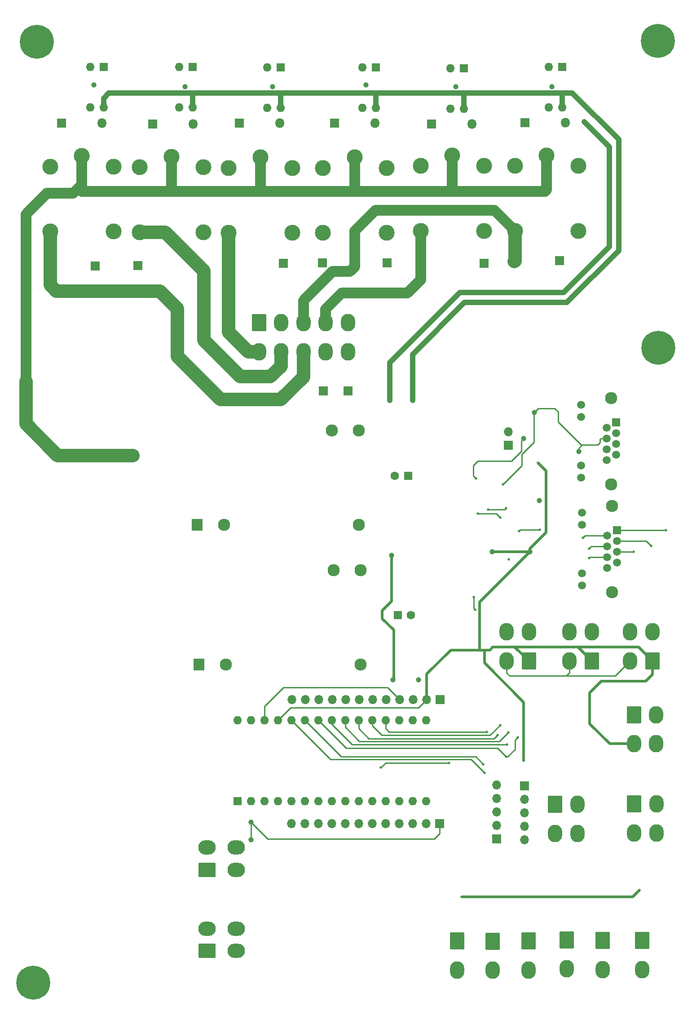
<source format=gbl>
%TF.GenerationSoftware,KiCad,Pcbnew,6.0.6-3a73a75311~116~ubuntu20.04.1*%
%TF.CreationDate,2022-07-08T20:35:28+03:00*%
%TF.ProjectId,kolos_system_2022,6b6f6c6f-735f-4737-9973-74656d5f3230,rev?*%
%TF.SameCoordinates,Original*%
%TF.FileFunction,Copper,L4,Bot*%
%TF.FilePolarity,Positive*%
%FSLAX46Y46*%
G04 Gerber Fmt 4.6, Leading zero omitted, Abs format (unit mm)*
G04 Created by KiCad (PCBNEW 6.0.6-3a73a75311~116~ubuntu20.04.1) date 2022-07-08 20:35:28*
%MOMM*%
%LPD*%
G01*
G04 APERTURE LIST*
G04 Aperture macros list*
%AMRoundRect*
0 Rectangle with rounded corners*
0 $1 Rounding radius*
0 $2 $3 $4 $5 $6 $7 $8 $9 X,Y pos of 4 corners*
0 Add a 4 corners polygon primitive as box body*
4,1,4,$2,$3,$4,$5,$6,$7,$8,$9,$2,$3,0*
0 Add four circle primitives for the rounded corners*
1,1,$1+$1,$2,$3*
1,1,$1+$1,$4,$5*
1,1,$1+$1,$6,$7*
1,1,$1+$1,$8,$9*
0 Add four rect primitives between the rounded corners*
20,1,$1+$1,$2,$3,$4,$5,0*
20,1,$1+$1,$4,$5,$6,$7,0*
20,1,$1+$1,$6,$7,$8,$9,0*
20,1,$1+$1,$8,$9,$2,$3,0*%
G04 Aperture macros list end*
%TA.AperFunction,ComponentPad*%
%ADD10R,1.700000X1.700000*%
%TD*%
%TA.AperFunction,ComponentPad*%
%ADD11RoundRect,0.250001X-1.099999X-1.399999X1.099999X-1.399999X1.099999X1.399999X-1.099999X1.399999X0*%
%TD*%
%TA.AperFunction,ComponentPad*%
%ADD12O,2.700000X3.300000*%
%TD*%
%TA.AperFunction,ComponentPad*%
%ADD13O,1.700000X1.700000*%
%TD*%
%TA.AperFunction,ComponentPad*%
%ADD14R,1.500000X1.500000*%
%TD*%
%TA.AperFunction,ComponentPad*%
%ADD15C,1.500000*%
%TD*%
%TA.AperFunction,ComponentPad*%
%ADD16C,2.300000*%
%TD*%
%TA.AperFunction,ComponentPad*%
%ADD17R,2.000000X2.300000*%
%TD*%
%TA.AperFunction,ComponentPad*%
%ADD18R,1.600000X1.600000*%
%TD*%
%TA.AperFunction,ComponentPad*%
%ADD19O,1.600000X1.600000*%
%TD*%
%TA.AperFunction,ComponentPad*%
%ADD20RoundRect,0.250001X1.099999X1.399999X-1.099999X1.399999X-1.099999X-1.399999X1.099999X-1.399999X0*%
%TD*%
%TA.AperFunction,ComponentPad*%
%ADD21C,6.400000*%
%TD*%
%TA.AperFunction,ComponentPad*%
%ADD22RoundRect,0.250001X1.399999X-1.099999X1.399999X1.099999X-1.399999X1.099999X-1.399999X-1.099999X0*%
%TD*%
%TA.AperFunction,ComponentPad*%
%ADD23O,3.300000X2.700000*%
%TD*%
%TA.AperFunction,ComponentPad*%
%ADD24R,1.800000X1.800000*%
%TD*%
%TA.AperFunction,ComponentPad*%
%ADD25O,1.800000X1.800000*%
%TD*%
%TA.AperFunction,ComponentPad*%
%ADD26C,3.000000*%
%TD*%
%TA.AperFunction,ComponentPad*%
%ADD27C,1.600000*%
%TD*%
%TA.AperFunction,ViaPad*%
%ADD28C,1.000000*%
%TD*%
%TA.AperFunction,ViaPad*%
%ADD29C,0.504000*%
%TD*%
%TA.AperFunction,ViaPad*%
%ADD30C,2.540000*%
%TD*%
%TA.AperFunction,Conductor*%
%ADD31C,0.254000*%
%TD*%
%TA.AperFunction,Conductor*%
%ADD32C,0.508000*%
%TD*%
%TA.AperFunction,Conductor*%
%ADD33C,0.250000*%
%TD*%
%TA.AperFunction,Conductor*%
%ADD34C,1.000000*%
%TD*%
%TA.AperFunction,Conductor*%
%ADD35C,2.000000*%
%TD*%
%TA.AperFunction,Conductor*%
%ADD36C,2.540000*%
%TD*%
G04 APERTURE END LIST*
D10*
%TO.P,J2,1,Pin_1*%
%TO.N,Led1_in*%
X95807000Y-107061000D03*
%TD*%
%TO.P,J1,1,Pin_1*%
%TO.N,Reset_in*%
X100457000Y-107061000D03*
%TD*%
D11*
%TO.P,I2C-3,1,Pin_1*%
%TO.N,SCL*%
X154364000Y-168073000D03*
D12*
%TO.P,I2C-3,2,Pin_2*%
%TO.N,SDA*%
X158564000Y-168073000D03*
%TO.P,I2C-3,3,Pin_3*%
%TO.N,5VA*%
X154364000Y-173573000D03*
%TO.P,I2C-3,4,Pin_4*%
%TO.N,GND2*%
X158564000Y-173573000D03*
%TD*%
D10*
%TO.P,SW1,1*%
%TO.N,RS485B*%
X130683000Y-117348000D03*
D13*
%TO.P,SW1,2*%
%TO.N,Net-(R17-Pad1)*%
X130683000Y-114808000D03*
%TD*%
D10*
%TO.P,rel2-NC1,1,Pin_1*%
%TO.N,Net-(K2-Pad4)*%
X126111000Y-83058000D03*
%TD*%
%TO.P,rel3-NC1,1,Pin_1*%
%TO.N,Net-(K3-Pad4)*%
X107823000Y-82931000D03*
%TD*%
D14*
%TO.P,J19,1*%
%TO.N,RS485A*%
X151132000Y-133346000D03*
D15*
%TO.P,J19,2*%
%TO.N,RS485B*%
X149352000Y-134362000D03*
%TO.P,J19,3*%
%TO.N,/L3*%
X151132000Y-135378000D03*
%TO.P,J19,4*%
%TO.N,RS485A*%
X149352000Y-136394000D03*
%TO.P,J19,5*%
%TO.N,RS485B*%
X151132000Y-137410000D03*
%TO.P,J19,6*%
%TO.N,/L6*%
X149352000Y-138426000D03*
%TO.P,J19,7*%
%TO.N,/L7*%
X151132000Y-139442000D03*
%TO.P,J19,8*%
%TO.N,/L8*%
X149352000Y-140458000D03*
%TO.P,J19,9*%
%TO.N,GND2*%
X144532000Y-130046000D03*
%TO.P,J19,10*%
%TO.N,Net-(J19-Pad10)*%
X144532000Y-132336000D03*
%TO.P,J19,11*%
%TO.N,GND2*%
X144532000Y-141476000D03*
%TO.P,J19,12*%
%TO.N,Net-(J19-Pad12)*%
X144532000Y-143766000D03*
D16*
%TO.P,J19,SH*%
%TO.N,N/C*%
X150242000Y-145036000D03*
X150242000Y-128776000D03*
%TD*%
D17*
%TO.P,PS2,1,L*%
%TO.N,Net-(FL1-Pad3)*%
X72390000Y-158607500D03*
D16*
%TO.P,PS2,2,N*%
%TO.N,Net-(FL1-Pad1)*%
X77470000Y-158607500D03*
%TO.P,PS2,3,DC+*%
%TO.N,+12VA*%
X97790000Y-140827500D03*
%TO.P,PS2,4,DC-*%
%TO.N,GND2*%
X102870000Y-140827500D03*
%TO.P,PS2,5*%
%TO.N,N/C*%
X102870000Y-158607500D03*
%TD*%
D10*
%TO.P,Ja2,1,Pin_1*%
%TO.N,3V3*%
X117856000Y-165227000D03*
D13*
%TO.P,Ja2,2,Pin_2*%
%TO.N,5VA*%
X115316000Y-165227000D03*
%TO.P,Ja2,3,Pin_3*%
%TO.N,AREF*%
X112776000Y-165227000D03*
%TO.P,Ja2,4,Pin_4*%
%TO.N,RESET*%
X110236000Y-165227000D03*
%TO.P,Ja2,5,Pin_5*%
%TO.N,AIN1*%
X107696000Y-165227000D03*
%TO.P,Ja2,6,Pin_6*%
%TO.N,AIN2*%
X105156000Y-165227000D03*
%TO.P,Ja2,7,Pin_7*%
%TO.N,AIN3*%
X102616000Y-165227000D03*
%TO.P,Ja2,8,Pin_8*%
%TO.N,AIN4*%
X100076000Y-165227000D03*
%TO.P,Ja2,9,Pin_9*%
%TO.N,SDA*%
X97536000Y-165227000D03*
%TO.P,Ja2,10,Pin_10*%
%TO.N,SCL*%
X94996000Y-165227000D03*
%TO.P,Ja2,11,Pin_11*%
%TO.N,AIN5*%
X92456000Y-165227000D03*
%TO.P,Ja2,12,Pin_12*%
%TO.N,AIN6*%
X89916000Y-165227000D03*
%TD*%
D18*
%TO.P,U1,1*%
%TO.N,Net-(RR1-Pad2)*%
X140848000Y-45984000D03*
D19*
%TO.P,U1,2*%
%TO.N,Net-(DRR1-Pad2)*%
X138308000Y-45984000D03*
%TO.P,U1,3*%
%TO.N,Net-(RRR1-Pad1)*%
X138308000Y-53604000D03*
%TO.P,U1,4*%
%TO.N,+12V*%
X140848000Y-53604000D03*
%TD*%
D11*
%TO.P,AIN_6,1,Pin_1*%
%TO.N,AIN6*%
X155913000Y-210582000D03*
D12*
%TO.P,AIN_6,2,Pin_2*%
%TO.N,GND2*%
X155913000Y-216082000D03*
%TD*%
D20*
%TO.P,1WIRE2,1,Pin_1*%
%TO.N,5VA*%
X146440000Y-157988000D03*
D12*
%TO.P,1WIRE2,2,Pin_2*%
%TO.N,1WIRE_DATA*%
X142240000Y-157988000D03*
%TO.P,1WIRE2,3,Pin_3*%
%TO.N,GND2*%
X146440000Y-152488000D03*
%TO.P,1WIRE2,4*%
%TO.N,N/C*%
X142240000Y-152488000D03*
%TD*%
D21*
%TO.P,H4,1*%
%TO.N,N/C*%
X158877000Y-41148000D03*
%TD*%
D11*
%TO.P,AIN_3,1,Pin_1*%
%TO.N,AIN3*%
X134493000Y-210709000D03*
D12*
%TO.P,AIN_3,2,Pin_2*%
%TO.N,GND2*%
X134493000Y-216209000D03*
%TD*%
D10*
%TO.P,rel1-NC1,1,Pin_1*%
%TO.N,Net-(K1-Pad4)*%
X140335000Y-82550000D03*
%TD*%
%TO.P,rel6-NC1,1,Pin_1*%
%TO.N,Net-(K6-Pad4)*%
X52832000Y-83566000D03*
%TD*%
D18*
%TO.P,A1,1,D1/TX*%
%TO.N,unconnected-(A1-Pad1)*%
X79629000Y-184394000D03*
D19*
%TO.P,A1,2,D0/RX*%
%TO.N,unconnected-(A1-Pad2)*%
X82169000Y-184394000D03*
%TO.P,A1,3,~{RESET}*%
%TO.N,unconnected-(A1-Pad3)*%
X84709000Y-184394000D03*
%TO.P,A1,4,GND*%
%TO.N,GND2*%
X87249000Y-184394000D03*
%TO.P,A1,5,D2*%
%TO.N,IN1*%
X89789000Y-184394000D03*
%TO.P,A1,6,D3*%
%TO.N,IN2*%
X92329000Y-184394000D03*
%TO.P,A1,7,D4*%
%TO.N,IN3*%
X94869000Y-184394000D03*
%TO.P,A1,8,D5*%
%TO.N,IN4*%
X97409000Y-184394000D03*
%TO.P,A1,9,D6*%
%TO.N,IN5*%
X99949000Y-184394000D03*
%TO.P,A1,10,D7*%
%TO.N,IN6*%
X102489000Y-184394000D03*
%TO.P,A1,11,D8*%
%TO.N,1WIRE_DATA*%
X105029000Y-184394000D03*
%TO.P,A1,12,D9*%
%TO.N,RX*%
X107569000Y-184394000D03*
%TO.P,A1,13,D10*%
%TO.N,TX*%
X110109000Y-184394000D03*
%TO.P,A1,14,D11*%
%TO.N,T{slash}R*%
X112649000Y-184394000D03*
%TO.P,A1,15,D12*%
%TO.N,DHT1*%
X115189000Y-184394000D03*
%TO.P,A1,16,D13*%
%TO.N,DHT2*%
X115189000Y-169154000D03*
%TO.P,A1,17,3V3*%
%TO.N,3V3*%
X112649000Y-169154000D03*
%TO.P,A1,18,AREF*%
%TO.N,AREF*%
X110109000Y-169154000D03*
%TO.P,A1,19,A0*%
%TO.N,AIN1*%
X107569000Y-169154000D03*
%TO.P,A1,20,A1*%
%TO.N,AIN2*%
X105029000Y-169154000D03*
%TO.P,A1,21,A2*%
%TO.N,AIN3*%
X102489000Y-169154000D03*
%TO.P,A1,22,A3*%
%TO.N,AIN4*%
X99949000Y-169154000D03*
%TO.P,A1,23,A4*%
%TO.N,SDA*%
X97409000Y-169154000D03*
%TO.P,A1,24,A5*%
%TO.N,SCL*%
X94869000Y-169154000D03*
%TO.P,A1,25,A6*%
%TO.N,AIN5*%
X92329000Y-169154000D03*
%TO.P,A1,26,A7*%
%TO.N,AIN6*%
X89789000Y-169154000D03*
%TO.P,A1,27,+5V*%
%TO.N,5VA*%
X87249000Y-169154000D03*
%TO.P,A1,28,~{RESET}*%
%TO.N,RESET*%
X84709000Y-169154000D03*
%TO.P,A1,29,GND*%
%TO.N,GND2*%
X82169000Y-169154000D03*
%TO.P,A1,30,VIN*%
%TO.N,+12VA*%
X79629000Y-169154000D03*
%TD*%
D11*
%TO.P,AIN_1,1,Pin_1*%
%TO.N,AIN1*%
X121031000Y-210709000D03*
D12*
%TO.P,AIN_1,2,Pin_2*%
%TO.N,GND2*%
X121031000Y-216209000D03*
%TD*%
D22*
%TO.P,DHT_2,1,Pin_1*%
%TO.N,5VA*%
X73914000Y-212598000D03*
D23*
%TO.P,DHT_2,2,Pin_2*%
%TO.N,DHT2*%
X73914000Y-208398000D03*
%TO.P,DHT_2,3,Pin_3*%
%TO.N,GND2*%
X79414000Y-212598000D03*
%TO.P,DHT_2,4*%
%TO.N,N/C*%
X79414000Y-208398000D03*
%TD*%
D18*
%TO.P,U6,1*%
%TO.N,Net-(RR6-Pad2)*%
X54361000Y-45984000D03*
D19*
%TO.P,U6,2*%
%TO.N,Net-(DRR6-Pad2)*%
X51821000Y-45984000D03*
%TO.P,U6,3*%
%TO.N,Net-(RRR6-Pad1)*%
X51821000Y-53604000D03*
%TO.P,U6,4*%
%TO.N,+12V*%
X54361000Y-53604000D03*
%TD*%
D20*
%TO.P,1WIRE1,1,Pin_1*%
%TO.N,5VA*%
X134570000Y-157988000D03*
D12*
%TO.P,1WIRE1,2,Pin_2*%
%TO.N,1WIRE_DATA*%
X130370000Y-157988000D03*
%TO.P,1WIRE1,3,Pin_3*%
%TO.N,GND2*%
X134570000Y-152488000D03*
%TO.P,1WIRE1,4*%
%TO.N,N/C*%
X130370000Y-152488000D03*
%TD*%
D10*
%TO.P,rel4-NC1,1,Pin_1*%
%TO.N,Net-(K4-Pad4)*%
X88265000Y-83058000D03*
%TD*%
%TO.P,rel2-NO1,1,Pin_1*%
%TO.N, Ch2_Output*%
X114173000Y-82931000D03*
%TD*%
D11*
%TO.P,J29,1,Pin_1*%
%TO.N,LINE*%
X83666000Y-94195000D03*
D12*
%TO.P,J29,2,Pin_2*%
%TO.N,NEUT*%
X87866000Y-94195000D03*
%TO.P,J29,3,Pin_3*%
%TO.N, Ch1_Output*%
X92066000Y-94195000D03*
%TO.P,J29,4,Pin_4*%
%TO.N, Ch2_Output*%
X96266000Y-94195000D03*
%TO.P,J29,5,Pin_5*%
%TO.N, Ch3_Output*%
X100466000Y-94195000D03*
%TO.P,J29,6,Pin_6*%
%TO.N, Ch4_Output*%
X83666000Y-99695000D03*
%TO.P,J29,7,Pin_7*%
%TO.N, Ch5_Output*%
X87866000Y-99695000D03*
%TO.P,J29,8,Pin_8*%
%TO.N, Ch6_Output*%
X92066000Y-99695000D03*
%TO.P,J29,9,Pin_9*%
%TO.N,Led1_in*%
X96266000Y-99695000D03*
%TO.P,J29,10,Pin_10*%
%TO.N,Reset_in*%
X100466000Y-99695000D03*
%TD*%
D11*
%TO.P,AIN_5,1,Pin_1*%
%TO.N,AIN5*%
X148463000Y-210582000D03*
D12*
%TO.P,AIN_5,2,Pin_2*%
%TO.N,GND2*%
X148463000Y-216082000D03*
%TD*%
D24*
%TO.P,DR1,1,K*%
%TO.N,Net-(DR1-Pad1)*%
X133858000Y-56515000D03*
D25*
%TO.P,DR1,2,A*%
%TO.N,+12V*%
X141478000Y-56515000D03*
%TD*%
D10*
%TO.P,rel5-NC1,1,Pin_1*%
%TO.N,Net-(K5-Pad4)*%
X60833000Y-83439000D03*
%TD*%
D14*
%TO.P,J18,1*%
%TO.N,RS485A*%
X151003000Y-113030000D03*
D15*
%TO.P,J18,2*%
%TO.N,RS485B*%
X149223000Y-114046000D03*
%TO.P,J18,3*%
%TO.N,/L3*%
X151003000Y-115062000D03*
%TO.P,J18,4*%
%TO.N,RS485A*%
X149223000Y-116078000D03*
%TO.P,J18,5*%
%TO.N,RS485B*%
X151003000Y-117094000D03*
%TO.P,J18,6*%
%TO.N,/L6*%
X149223000Y-118110000D03*
%TO.P,J18,7*%
%TO.N,/L7*%
X151003000Y-119126000D03*
%TO.P,J18,8*%
%TO.N,/L8*%
X149223000Y-120142000D03*
%TO.P,J18,9*%
%TO.N,GND2*%
X144403000Y-109730000D03*
%TO.P,J18,10*%
%TO.N,Net-(J18-Pad10)*%
X144403000Y-112020000D03*
%TO.P,J18,11*%
%TO.N,GND2*%
X144403000Y-121160000D03*
%TO.P,J18,12*%
%TO.N,Net-(J18-Pad12)*%
X144403000Y-123450000D03*
D16*
%TO.P,J18,SH*%
%TO.N,N/C*%
X150113000Y-108460000D03*
X150113000Y-124720000D03*
%TD*%
D21*
%TO.P,H1,1*%
%TO.N,N/C*%
X159004000Y-98933000D03*
%TD*%
D26*
%TO.P,K2,1*%
%TO.N,Net-(DR2-Pad1)*%
X114142000Y-64689000D03*
%TO.P,K2,2*%
%TO.N,LINE*%
X120142000Y-62689000D03*
%TO.P,K2,3*%
%TO.N, Ch2_Output*%
X114142000Y-76889000D03*
%TO.P,K2,4*%
%TO.N,Net-(K2-Pad4)*%
X126142000Y-76889000D03*
%TO.P,K2,5*%
%TO.N,+12V*%
X126142000Y-64689000D03*
%TD*%
D24*
%TO.P,DR6,1,K*%
%TO.N,Net-(DR6-Pad1)*%
X46482000Y-56642000D03*
D25*
%TO.P,DR6,2,A*%
%TO.N,+12V*%
X54102000Y-56642000D03*
%TD*%
D18*
%TO.P,U5,1*%
%TO.N,Net-(RR5-Pad2)*%
X71125000Y-45984000D03*
D19*
%TO.P,U5,2*%
%TO.N,Net-(DRR5-Pad2)*%
X68585000Y-45984000D03*
%TO.P,U5,3*%
%TO.N,Net-(RRR5-Pad1)*%
X68585000Y-53604000D03*
%TO.P,U5,4*%
%TO.N,+12V*%
X71125000Y-53604000D03*
%TD*%
D17*
%TO.P,PS1,1,L*%
%TO.N,Net-(FL1-Pad3)*%
X72009000Y-132318500D03*
D16*
%TO.P,PS1,2,N*%
%TO.N,Net-(FL1-Pad1)*%
X77089000Y-132318500D03*
%TO.P,PS1,3,DC+*%
%TO.N,+12V*%
X97409000Y-114538500D03*
%TO.P,PS1,4,DC-*%
%TO.N,GND1*%
X102489000Y-114538500D03*
%TO.P,PS1,5*%
%TO.N,N/C*%
X102489000Y-132318500D03*
%TD*%
D20*
%TO.P,1WIRE3,1,Pin_1*%
%TO.N,5VA*%
X157870000Y-157988000D03*
D12*
%TO.P,1WIRE3,2,Pin_2*%
%TO.N,1WIRE_DATA*%
X153670000Y-157988000D03*
%TO.P,1WIRE3,3,Pin_3*%
%TO.N,GND2*%
X157870000Y-152488000D03*
%TO.P,1WIRE3,4*%
%TO.N,N/C*%
X153670000Y-152488000D03*
%TD*%
D26*
%TO.P,K4,1*%
%TO.N,Net-(DR4-Pad1)*%
X77947000Y-65070000D03*
%TO.P,K4,2*%
%TO.N,LINE*%
X83947000Y-63070000D03*
%TO.P,K4,3*%
%TO.N, Ch4_Output*%
X77947000Y-77270000D03*
%TO.P,K4,4*%
%TO.N,Net-(K4-Pad4)*%
X89947000Y-77270000D03*
%TO.P,K4,5*%
%TO.N,+12V*%
X89947000Y-65070000D03*
%TD*%
D18*
%TO.P,C4,1*%
%TO.N,+12VA*%
X109845349Y-149352000D03*
D27*
%TO.P,C4,2*%
%TO.N,GND2*%
X112345349Y-149352000D03*
%TD*%
D18*
%TO.P,U4,1*%
%TO.N,Net-(RR4-Pad2)*%
X87762000Y-46111000D03*
D19*
%TO.P,U4,2*%
%TO.N,Net-(DRR4-Pad2)*%
X85222000Y-46111000D03*
%TO.P,U4,3*%
%TO.N,Net-(RRR4-Pad1)*%
X85222000Y-53731000D03*
%TO.P,U4,4*%
%TO.N,+12V*%
X87762000Y-53731000D03*
%TD*%
D11*
%TO.P,AIN_4,1,Pin_1*%
%TO.N,AIN4*%
X141732000Y-210491000D03*
D12*
%TO.P,AIN_4,2,Pin_2*%
%TO.N,GND2*%
X141732000Y-215991000D03*
%TD*%
D26*
%TO.P,K1,1*%
%TO.N,Net-(DR1-Pad1)*%
X131922000Y-64689000D03*
%TO.P,K1,2*%
%TO.N,LINE*%
X137922000Y-62689000D03*
%TO.P,K1,3*%
%TO.N, Ch1_Output*%
X131922000Y-76889000D03*
%TO.P,K1,4*%
%TO.N,Net-(K1-Pad4)*%
X143922000Y-76889000D03*
%TO.P,K1,5*%
%TO.N,+12V*%
X143922000Y-64689000D03*
%TD*%
D10*
%TO.P,rel6-NO1,1,Pin_1*%
%TO.N, Ch6_Output*%
X44196000Y-83693000D03*
%TD*%
D24*
%TO.P,DR4,1,K*%
%TO.N,Net-(DR4-Pad1)*%
X80010000Y-56642000D03*
D25*
%TO.P,DR4,2,A*%
%TO.N,+12V*%
X87630000Y-56642000D03*
%TD*%
D10*
%TO.P,rel1-NO1,1,Pin_1*%
%TO.N, Ch1_Output*%
X131826000Y-82677000D03*
%TD*%
D11*
%TO.P,AIN_2,1,Pin_1*%
%TO.N,AIN2*%
X127762000Y-210745000D03*
D12*
%TO.P,AIN_2,2,Pin_2*%
%TO.N,GND2*%
X127762000Y-216245000D03*
%TD*%
D11*
%TO.P,I2C-2,1,Pin_1*%
%TO.N,SCL*%
X154423000Y-184912000D03*
D12*
%TO.P,I2C-2,2,Pin_2*%
%TO.N,SDA*%
X158623000Y-184912000D03*
%TO.P,I2C-2,3,Pin_3*%
%TO.N,5VA*%
X154423000Y-190412000D03*
%TO.P,I2C-2,4,Pin_4*%
%TO.N,GND2*%
X158623000Y-190412000D03*
%TD*%
D21*
%TO.P,H3,1*%
%TO.N,N/C*%
X41148000Y-218567000D03*
%TD*%
D24*
%TO.P,DR3,1,K*%
%TO.N,Net-(DR3-Pad1)*%
X97917000Y-56642000D03*
D25*
%TO.P,DR3,2,A*%
%TO.N,+12V*%
X105537000Y-56642000D03*
%TD*%
D10*
%TO.P,Ja1,1,Pin_1*%
%TO.N,DHT2*%
X117729000Y-188595000D03*
D13*
%TO.P,Ja1,2,Pin_2*%
%TO.N,DHT1*%
X115189000Y-188595000D03*
%TO.P,Ja1,3,Pin_3*%
%TO.N,T{slash}R*%
X112649000Y-188595000D03*
%TO.P,Ja1,4,Pin_4*%
%TO.N,TX*%
X110109000Y-188595000D03*
%TO.P,Ja1,5,Pin_5*%
%TO.N,RX*%
X107569000Y-188595000D03*
%TO.P,Ja1,6,Pin_6*%
%TO.N,1WIRE_DATA*%
X105029000Y-188595000D03*
%TO.P,Ja1,7,Pin_7*%
%TO.N,IN6*%
X102489000Y-188595000D03*
%TO.P,Ja1,8,Pin_8*%
%TO.N,IN5*%
X99949000Y-188595000D03*
%TO.P,Ja1,9,Pin_9*%
%TO.N,IN4*%
X97409000Y-188595000D03*
%TO.P,Ja1,10,Pin_10*%
%TO.N,IN3*%
X94869000Y-188595000D03*
%TO.P,Ja1,11,Pin_11*%
%TO.N,IN2*%
X92329000Y-188595000D03*
%TO.P,Ja1,12,Pin_12*%
%TO.N,IN1*%
X89789000Y-188595000D03*
%TD*%
D18*
%TO.P,U2,1*%
%TO.N,Net-(RR2-Pad2)*%
X122306000Y-46238000D03*
D19*
%TO.P,U2,2*%
%TO.N,Net-(DRR2-Pad2)*%
X119766000Y-46238000D03*
%TO.P,U2,3*%
%TO.N,Net-(RRR2-Pad1)*%
X119766000Y-53858000D03*
%TO.P,U2,4*%
%TO.N,+12V*%
X122306000Y-53858000D03*
%TD*%
D10*
%TO.P,J5v1,1,Pin_1*%
%TO.N,5VA*%
X133731000Y-181483000D03*
D13*
%TO.P,J5v1,2,Pin_2*%
X133731000Y-184023000D03*
%TO.P,J5v1,3,Pin_3*%
X133731000Y-186563000D03*
%TO.P,J5v1,4,Pin_4*%
X133731000Y-189103000D03*
%TO.P,J5v1,5,Pin_5*%
X133731000Y-191643000D03*
%TD*%
D10*
%TO.P,Jgnd1,1,Pin_1*%
%TO.N,GND2*%
X128524000Y-191516000D03*
D13*
%TO.P,Jgnd1,2,Pin_2*%
X128524000Y-188976000D03*
%TO.P,Jgnd1,3,Pin_3*%
X128524000Y-186436000D03*
%TO.P,Jgnd1,4,Pin_4*%
X128524000Y-183896000D03*
%TO.P,Jgnd1,5,Pin_5*%
X128524000Y-181356000D03*
%TD*%
D22*
%TO.P,DHT_1,1,Pin_1*%
%TO.N,5VA*%
X73839000Y-197299000D03*
D23*
%TO.P,DHT_1,2,Pin_2*%
%TO.N,DHT1*%
X73839000Y-193099000D03*
%TO.P,DHT_1,3,Pin_3*%
%TO.N,GND2*%
X79339000Y-197299000D03*
%TO.P,DHT_1,4*%
%TO.N,N/C*%
X79339000Y-193099000D03*
%TD*%
D10*
%TO.P,rel3-NO1,1,Pin_1*%
%TO.N, Ch3_Output*%
X95631000Y-82931000D03*
%TD*%
D24*
%TO.P,DR2,1,K*%
%TO.N,Net-(DR2-Pad1)*%
X116205000Y-56769000D03*
D25*
%TO.P,DR2,2,A*%
%TO.N,+12V*%
X123825000Y-56769000D03*
%TD*%
D24*
%TO.P,DR5,1,K*%
%TO.N,Net-(DR5-Pad1)*%
X63627000Y-56769000D03*
D25*
%TO.P,DR5,2,A*%
%TO.N,+12V*%
X71247000Y-56769000D03*
%TD*%
D10*
%TO.P,rel4-NO1,1,Pin_1*%
%TO.N, Ch4_Output*%
X78105000Y-83312000D03*
%TD*%
D18*
%TO.P,U3,1*%
%TO.N,Net-(RR3-Pad2)*%
X105669000Y-46111000D03*
D19*
%TO.P,U3,2*%
%TO.N,Net-(DRR3-Pad2)*%
X103129000Y-46111000D03*
%TO.P,U3,3*%
%TO.N,Net-(RRR3-Pad1)*%
X103129000Y-53731000D03*
%TO.P,U3,4*%
%TO.N,+12V*%
X105669000Y-53731000D03*
%TD*%
D10*
%TO.P,rel5-NO1,1,Pin_1*%
%TO.N, Ch5_Output*%
X72136000Y-83312000D03*
%TD*%
D21*
%TO.P,H2,1*%
%TO.N,N/C*%
X41783000Y-41275000D03*
%TD*%
D11*
%TO.P,I2C-1,1,Pin_1*%
%TO.N,SCL*%
X139505000Y-184964000D03*
D12*
%TO.P,I2C-1,2,Pin_2*%
%TO.N,SDA*%
X143705000Y-184964000D03*
%TO.P,I2C-1,3,Pin_3*%
%TO.N,5VA*%
X139505000Y-190464000D03*
%TO.P,I2C-1,4,Pin_4*%
%TO.N,GND2*%
X143705000Y-190464000D03*
%TD*%
D26*
%TO.P,K5,1*%
%TO.N,Net-(DR5-Pad1)*%
X61183000Y-64943000D03*
%TO.P,K5,2*%
%TO.N,LINE*%
X67183000Y-62943000D03*
%TO.P,K5,3*%
%TO.N, Ch5_Output*%
X61183000Y-77143000D03*
%TO.P,K5,4*%
%TO.N,Net-(K5-Pad4)*%
X73183000Y-77143000D03*
%TO.P,K5,5*%
%TO.N,+12V*%
X73183000Y-64943000D03*
%TD*%
%TO.P,K6,1*%
%TO.N,Net-(DR6-Pad1)*%
X44292000Y-64816000D03*
%TO.P,K6,2*%
%TO.N,LINE*%
X50292000Y-62816000D03*
%TO.P,K6,3*%
%TO.N, Ch6_Output*%
X44292000Y-77016000D03*
%TO.P,K6,4*%
%TO.N,Net-(K6-Pad4)*%
X56292000Y-77016000D03*
%TO.P,K6,5*%
%TO.N,+12V*%
X56292000Y-64816000D03*
%TD*%
%TO.P,K3,1*%
%TO.N,Net-(DR3-Pad1)*%
X95727000Y-65070000D03*
%TO.P,K3,2*%
%TO.N,LINE*%
X101727000Y-63070000D03*
%TO.P,K3,3*%
%TO.N, Ch3_Output*%
X95727000Y-77270000D03*
%TO.P,K3,4*%
%TO.N,Net-(K3-Pad4)*%
X107727000Y-77270000D03*
%TO.P,K3,5*%
%TO.N,+12V*%
X107727000Y-65070000D03*
%TD*%
D18*
%TO.P,C2,1*%
%TO.N,+12V*%
X111769651Y-123063000D03*
D27*
%TO.P,C2,2*%
%TO.N,GND1*%
X109269651Y-123063000D03*
%TD*%
D28*
%TO.N,RS485A*%
X135636000Y-111125000D03*
%TO.N,T{slash}R*%
X133604000Y-116078000D03*
%TO.N,5VA*%
X127635000Y-137414000D03*
X134747000Y-137414000D03*
D29*
X149606000Y-202438000D03*
X133604000Y-176784000D03*
X136271000Y-120650000D03*
X135890000Y-202438000D03*
X155448000Y-201168000D03*
X142875000Y-202438000D03*
X121920000Y-202438000D03*
X128651000Y-202438000D03*
%TO.N,1WIRE_DATA*%
X119507000Y-177165000D03*
X106680000Y-178054000D03*
D28*
%TO.N,GND2*%
X113792000Y-161544000D03*
D29*
X130810000Y-138811000D03*
D28*
X136525000Y-127762000D03*
%TO.N,+12VA*%
X108966000Y-161544000D03*
X108712000Y-138049000D03*
D29*
%TO.N,AIN1*%
X126619000Y-171323000D03*
%TO.N,AIN2*%
X129159000Y-170053000D03*
%TO.N,AIN3*%
X128651000Y-171958000D03*
%TO.N,AIN4*%
X130683000Y-171450000D03*
%TO.N,SDA*%
X130429000Y-173736000D03*
%TO.N,SCL*%
X132461000Y-172339000D03*
X130302000Y-176022000D03*
%TO.N,TX*%
X130302000Y-129159000D03*
X126873000Y-129413000D03*
%TO.N,T{slash}R*%
X124460000Y-148336000D03*
X129159000Y-130937000D03*
X136652000Y-133223000D03*
X132715000Y-133477000D03*
X124206000Y-145923000D03*
X124968000Y-130175000D03*
X124587000Y-123571000D03*
D28*
%TO.N,DHT2*%
X82169000Y-188341000D03*
X82169000Y-191643000D03*
%TO.N,GND1*%
X52578000Y-49403000D03*
X138938000Y-49727500D03*
X103886000Y-49403000D03*
X120777000Y-49727500D03*
X69723000Y-49727500D03*
X86233000Y-49727500D03*
X145034000Y-56388000D03*
X108349000Y-108821000D03*
%TO.N,+12V*%
X112649000Y-108839000D03*
D30*
%TO.N,LINE*%
X59944000Y-119253000D03*
D28*
%TO.N,RS485A*%
X144018000Y-118491000D03*
D29*
X160401000Y-133350000D03*
X129667000Y-124714000D03*
X145923000Y-136779000D03*
%TO.N,RS485B*%
X154305000Y-137414000D03*
X144780000Y-134747000D03*
%TO.N,/L3*%
X157607000Y-136271000D03*
%TO.N,/L6*%
X145923000Y-138557000D03*
%TO.N,AIN5*%
X125984000Y-177419000D03*
%TO.N,AIN6*%
X126238000Y-179070000D03*
%TD*%
D31*
%TO.N,/L3*%
X157607000Y-136271000D02*
X156718000Y-135382000D01*
X156718000Y-135382000D02*
X151130000Y-135382000D01*
%TO.N,RS485B*%
X144780000Y-134747000D02*
X145161000Y-134366000D01*
X145161000Y-134366000D02*
X149350000Y-134366000D01*
D32*
%TO.N,5VA*%
X134747000Y-137414000D02*
X134747000Y-136779000D01*
X134747000Y-136779000D02*
X137795000Y-133731000D01*
X137795000Y-133731000D02*
X137795000Y-122174000D01*
X137795000Y-122174000D02*
X136271000Y-120650000D01*
D31*
%TO.N,T{slash}R*%
X136652000Y-133223000D02*
X132969000Y-133223000D01*
X132969000Y-133223000D02*
X132715000Y-133477000D01*
%TO.N,RS485A*%
X129667000Y-124714000D02*
X133223000Y-121158000D01*
X133223000Y-121158000D02*
X133223000Y-118994105D01*
X133223000Y-118994105D02*
X135509000Y-116708105D01*
X135509000Y-116708105D02*
X135509000Y-111252000D01*
X135509000Y-111252000D02*
X135636000Y-111125000D01*
%TO.N,T{slash}R*%
X133604000Y-116078000D02*
X133150000Y-116532000D01*
X133150000Y-116532000D02*
X133150000Y-118425053D01*
X133150000Y-118425053D02*
X131306053Y-120269000D01*
X131306053Y-120269000D02*
X124968000Y-120269000D01*
X124968000Y-120269000D02*
X124079000Y-121158000D01*
X124079000Y-121158000D02*
X124079000Y-123063000D01*
X124079000Y-123063000D02*
X124587000Y-123571000D01*
D32*
%TO.N,+12VA*%
X108966000Y-161544000D02*
X109093000Y-161417000D01*
X109093000Y-161417000D02*
X109093000Y-152146000D01*
X109093000Y-152146000D02*
X106934000Y-149987000D01*
X106934000Y-149987000D02*
X106934000Y-148463000D01*
X106934000Y-148463000D02*
X108712000Y-146685000D01*
X108712000Y-146685000D02*
X108712000Y-138049000D01*
D31*
%TO.N,1WIRE_DATA*%
X106680000Y-178054000D02*
X107569000Y-177165000D01*
X107569000Y-177165000D02*
X119507000Y-177165000D01*
%TO.N,TX*%
X130302000Y-129159000D02*
X130048000Y-129413000D01*
X130048000Y-129413000D02*
X126873000Y-129413000D01*
%TO.N,T{slash}R*%
X124968000Y-130175000D02*
X128397000Y-130175000D01*
X128397000Y-130175000D02*
X129159000Y-130937000D01*
%TO.N,AIN6*%
X126238000Y-179070000D02*
X123698000Y-176530000D01*
X123698000Y-176530000D02*
X97165000Y-176530000D01*
X97165000Y-176530000D02*
X89789000Y-169154000D01*
%TO.N,SCL*%
X132461000Y-172339000D02*
X131953000Y-172847000D01*
X131953000Y-172847000D02*
X131953000Y-174625000D01*
X131953000Y-174625000D02*
X130556000Y-176022000D01*
X130556000Y-176022000D02*
X130302000Y-176022000D01*
X130302000Y-176022000D02*
X128651000Y-174371000D01*
X128651000Y-174371000D02*
X100086000Y-174371000D01*
X100086000Y-174371000D02*
X94869000Y-169154000D01*
%TO.N,AIN2*%
X105029000Y-170180000D02*
X105029000Y-169154000D01*
X106807000Y-171958000D02*
X105029000Y-170180000D01*
X129159000Y-170053000D02*
X127254000Y-171958000D01*
X127254000Y-171958000D02*
X106807000Y-171958000D01*
%TO.N,AIN4*%
X130683000Y-171450000D02*
X129032000Y-173101000D01*
X129032000Y-173101000D02*
X102616000Y-173101000D01*
X102616000Y-173101000D02*
X99949000Y-170434000D01*
X99949000Y-170434000D02*
X99949000Y-169154000D01*
%TO.N,RS485A*%
X144018000Y-118491000D02*
X144018000Y-117856000D01*
X144018000Y-117856000D02*
X144653000Y-117221000D01*
X144399000Y-117221000D02*
X144653000Y-117221000D01*
X140081000Y-112903000D02*
X144399000Y-117221000D01*
X140081000Y-110998000D02*
X140081000Y-112903000D01*
X139446000Y-110363000D02*
X140081000Y-110998000D01*
X136398000Y-110363000D02*
X139446000Y-110363000D01*
X135636000Y-111125000D02*
X136398000Y-110363000D01*
D32*
%TO.N,5VA*%
X135890000Y-202438000D02*
X128651000Y-202438000D01*
X131903000Y-155321000D02*
X134570000Y-157988000D01*
X149606000Y-202438000D02*
X142875000Y-202438000D01*
X149824000Y-173573000D02*
X146050000Y-169799000D01*
X125277480Y-155884480D02*
X125277480Y-146883520D01*
X155448000Y-201168000D02*
X154178000Y-202438000D01*
X128651000Y-202438000D02*
X121920000Y-202438000D01*
D31*
X113792000Y-166751000D02*
X89652000Y-166751000D01*
X89652000Y-166751000D02*
X87249000Y-169154000D01*
X115316000Y-165227000D02*
X113792000Y-166751000D01*
D32*
X119832520Y-155884480D02*
X125277480Y-155884480D01*
X115316000Y-160401000D02*
X119832520Y-155884480D01*
X131903000Y-155321000D02*
X143773000Y-155321000D01*
X154178000Y-202438000D02*
X149606000Y-202438000D01*
X157870000Y-160519000D02*
X157870000Y-157988000D01*
X127635000Y-137414000D02*
X134747000Y-137414000D01*
X143773000Y-155321000D02*
X146440000Y-157988000D01*
X115316000Y-165227000D02*
X115316000Y-160401000D01*
X125277480Y-146883520D02*
X134747000Y-137414000D01*
X156591000Y-161798000D02*
X157870000Y-160519000D01*
X126166480Y-158297480D02*
X126166480Y-155884480D01*
X133604000Y-176784000D02*
X133604000Y-165735000D01*
X133604000Y-165735000D02*
X126166480Y-158297480D01*
X143773000Y-155321000D02*
X155203000Y-155321000D01*
X126166480Y-155884480D02*
X127198520Y-155884480D01*
X155203000Y-155321000D02*
X157870000Y-157988000D01*
X127762000Y-155321000D02*
X131903000Y-155321000D01*
X148209000Y-161798000D02*
X156591000Y-161798000D01*
X154364000Y-173573000D02*
X149824000Y-173573000D01*
X125277480Y-155884480D02*
X126166480Y-155884480D01*
X127198520Y-155884480D02*
X127762000Y-155321000D01*
X146050000Y-169799000D02*
X146050000Y-163957000D01*
X142875000Y-202438000D02*
X135890000Y-202438000D01*
X146050000Y-163957000D02*
X148209000Y-161798000D01*
D31*
%TO.N,1WIRE_DATA*%
X130370000Y-157988000D02*
X130370000Y-160215000D01*
X141605000Y-160782000D02*
X142240000Y-160147000D01*
X141605000Y-160782000D02*
X150876000Y-160782000D01*
X142240000Y-160147000D02*
X142240000Y-157988000D01*
X130937000Y-160782000D02*
X141605000Y-160782000D01*
X130370000Y-160215000D02*
X130937000Y-160782000D01*
X150876000Y-160782000D02*
X153670000Y-157988000D01*
%TO.N,AIN1*%
X126619000Y-171323000D02*
X108204000Y-171323000D01*
X107569000Y-170688000D02*
X107569000Y-169154000D01*
X108204000Y-171323000D02*
X107569000Y-170688000D01*
%TO.N,AIN3*%
X102489000Y-170688000D02*
X102489000Y-169154000D01*
X128016000Y-172593000D02*
X104394000Y-172593000D01*
X128651000Y-171958000D02*
X128016000Y-172593000D01*
X104394000Y-172593000D02*
X102489000Y-170688000D01*
%TO.N,SDA*%
X101219000Y-173736000D02*
X130429000Y-173736000D01*
X97409000Y-169154000D02*
X97409000Y-169926000D01*
X97409000Y-169926000D02*
X101219000Y-173736000D01*
D33*
%TO.N,T{slash}R*%
X124460000Y-148336000D02*
X124206000Y-148082000D01*
X124206000Y-148082000D02*
X124206000Y-145923000D01*
D31*
%TO.N,DHT2*%
X116713000Y-191516000D02*
X85344000Y-191516000D01*
X85344000Y-191516000D02*
X82169000Y-188341000D01*
X82169000Y-191643000D02*
X82169000Y-188341000D01*
X117729000Y-188595000D02*
X117729000Y-190500000D01*
X117729000Y-190500000D02*
X116713000Y-191516000D01*
D34*
%TO.N,GND1*%
X108349000Y-108821000D02*
X108349000Y-101709000D01*
X121539000Y-88519000D02*
X141097000Y-88519000D01*
X149733000Y-79883000D02*
X149733000Y-61087000D01*
X108349000Y-101709000D02*
X121539000Y-88519000D01*
X141097000Y-88519000D02*
X149733000Y-79883000D01*
X149733000Y-61087000D02*
X146240500Y-57594500D01*
X146240500Y-57594500D02*
X145034000Y-56388000D01*
%TO.N,+12V*%
X71374000Y-50927000D02*
X71125000Y-51176000D01*
X87762000Y-50932000D02*
X87762000Y-53731000D01*
X55372000Y-50927000D02*
X71374000Y-50927000D01*
X74041000Y-50927000D02*
X87757000Y-50927000D01*
X151511000Y-59690000D02*
X151511000Y-80645000D01*
X122306000Y-51176000D02*
X122306000Y-53858000D01*
X141732000Y-90424000D02*
X122428000Y-90424000D01*
X87757000Y-50927000D02*
X87762000Y-50932000D01*
X142748000Y-50927000D02*
X151511000Y-59690000D01*
X71125000Y-51176000D02*
X71125000Y-53604000D01*
X122555000Y-50927000D02*
X125349000Y-50927000D01*
X140848000Y-53604000D02*
X140848000Y-51176000D01*
X112649000Y-100203000D02*
X112649000Y-108839000D01*
X125349000Y-50927000D02*
X141097000Y-50927000D01*
X106045000Y-50927000D02*
X108712000Y-50927000D01*
X108712000Y-50927000D02*
X122555000Y-50927000D01*
X105669000Y-51303000D02*
X105669000Y-53731000D01*
X151511000Y-80645000D02*
X141732000Y-90424000D01*
X122555000Y-50927000D02*
X122306000Y-51176000D01*
X122428000Y-90424000D02*
X112649000Y-100203000D01*
X71374000Y-50927000D02*
X74041000Y-50927000D01*
X90678000Y-50927000D02*
X106045000Y-50927000D01*
X106045000Y-50927000D02*
X105669000Y-51303000D01*
X141097000Y-50927000D02*
X142748000Y-50927000D01*
X140848000Y-51176000D02*
X141097000Y-50927000D01*
X54361000Y-53604000D02*
X54361000Y-51938000D01*
X54361000Y-51938000D02*
X55372000Y-50927000D01*
X87757000Y-50927000D02*
X90678000Y-50927000D01*
D35*
%TO.N,LINE*%
X137668000Y-69469000D02*
X137922000Y-69215000D01*
D36*
X39751000Y-105283000D02*
X39751000Y-113284000D01*
D35*
X48641000Y-69850000D02*
X49911000Y-68580000D01*
X83947000Y-63070000D02*
X83947000Y-69469000D01*
X117244733Y-69469000D02*
X119507000Y-69469000D01*
X119507000Y-69469000D02*
X137668000Y-69469000D01*
X50292000Y-62816000D02*
X50292000Y-68961000D01*
X81049733Y-69469000D02*
X83947000Y-69469000D01*
X50292000Y-68961000D02*
X50292000Y-69469000D01*
X49911000Y-68580000D02*
X50292000Y-68961000D01*
X83947000Y-69469000D02*
X98702733Y-69469000D01*
D36*
X39751000Y-113284000D02*
X44704000Y-118237000D01*
D35*
X43688000Y-69850000D02*
X48641000Y-69850000D01*
X50292000Y-69469000D02*
X64412733Y-69469000D01*
X67183000Y-62943000D02*
X67183000Y-68961000D01*
X101727000Y-63070000D02*
X101727000Y-69469000D01*
X39751000Y-73787000D02*
X39751000Y-105283000D01*
X137922000Y-69215000D02*
X137922000Y-62689000D01*
D36*
X44704000Y-118237000D02*
X45720000Y-119253000D01*
D35*
X39751000Y-73787000D02*
X43688000Y-69850000D01*
X98702733Y-69469000D02*
X101727000Y-69469000D01*
X101727000Y-69469000D02*
X117244733Y-69469000D01*
X64412733Y-69469000D02*
X67691000Y-69469000D01*
X120142000Y-68834000D02*
X119507000Y-69469000D01*
D36*
X45720000Y-119253000D02*
X59944000Y-119253000D01*
D35*
X67183000Y-68961000D02*
X67691000Y-69469000D01*
X67691000Y-69469000D02*
X81049733Y-69469000D01*
X120142000Y-62689000D02*
X120142000Y-68834000D01*
D31*
%TO.N,RS485A*%
X145923000Y-136779000D02*
X146304000Y-136398000D01*
X147574000Y-117221000D02*
X147955000Y-116840000D01*
X144653000Y-117221000D02*
X147574000Y-117221000D01*
X147955000Y-116840000D02*
X147955000Y-116205000D01*
X148082000Y-116078000D02*
X149350000Y-116078000D01*
X146304000Y-136398000D02*
X149350000Y-136398000D01*
X160401000Y-133350000D02*
X151130000Y-133350000D01*
X147955000Y-116205000D02*
X148082000Y-116078000D01*
%TO.N,RS485B*%
X154305000Y-137414000D02*
X151130000Y-137414000D01*
%TO.N,/L6*%
X146050000Y-138430000D02*
X149350000Y-138430000D01*
X145923000Y-138557000D02*
X146050000Y-138430000D01*
%TO.N,AIN5*%
X125984000Y-177419000D02*
X124587000Y-176022000D01*
X99197000Y-176022000D02*
X92329000Y-169154000D01*
X124587000Y-176022000D02*
X99197000Y-176022000D01*
%TO.N,RESET*%
X110236000Y-165227000D02*
X107950000Y-162941000D01*
X88265000Y-162941000D02*
X84709000Y-166497000D01*
X107950000Y-162941000D02*
X88265000Y-162941000D01*
X84709000Y-166497000D02*
X84709000Y-169154000D01*
D35*
%TO.N, Ch1_Output*%
X128058000Y-73025000D02*
X131922000Y-76889000D01*
X92066000Y-94195000D02*
X92066000Y-90052000D01*
X97536000Y-84582000D02*
X100838000Y-84582000D01*
D36*
X131922000Y-76889000D02*
X131922000Y-82581000D01*
D35*
X100838000Y-84582000D02*
X101727000Y-83693000D01*
D36*
X131880000Y-76889000D02*
X131922000Y-76889000D01*
X92066000Y-94195000D02*
X92075000Y-94186000D01*
D35*
X92066000Y-90052000D02*
X97536000Y-84582000D01*
X101727000Y-83693000D02*
X101727000Y-76962000D01*
X101727000Y-76962000D02*
X105664000Y-73025000D01*
D36*
X131922000Y-82581000D02*
X131826000Y-82677000D01*
D35*
X105664000Y-73025000D02*
X128058000Y-73025000D01*
%TO.N, Ch2_Output*%
X111633000Y-88646000D02*
X114142000Y-86137000D01*
X96266000Y-91694000D02*
X99314000Y-88646000D01*
X114142000Y-86137000D02*
X114142000Y-76889000D01*
X96266000Y-94195000D02*
X96266000Y-91694000D01*
X99314000Y-88646000D02*
X111633000Y-88646000D01*
D36*
%TO.N, Ch4_Output*%
X83666000Y-99695000D02*
X81661000Y-99695000D01*
X81661000Y-99695000D02*
X77947000Y-95981000D01*
X77947000Y-95981000D02*
X77947000Y-77270000D01*
%TO.N, Ch5_Output*%
X80137000Y-104394000D02*
X73279000Y-97536000D01*
X87866000Y-102380000D02*
X85852000Y-104394000D01*
X73279000Y-97536000D02*
X73279000Y-84455000D01*
X65967000Y-77143000D02*
X61183000Y-77143000D01*
X85852000Y-104394000D02*
X80137000Y-104394000D01*
X87866000Y-99695000D02*
X87866000Y-102380000D01*
X73279000Y-84455000D02*
X65967000Y-77143000D01*
%TO.N, Ch6_Output*%
X76454000Y-108712000D02*
X68326000Y-100584000D01*
X44386500Y-87185500D02*
X44292000Y-87091000D01*
X45466000Y-88265000D02*
X44386500Y-87185500D01*
X65024000Y-88265000D02*
X45466000Y-88265000D01*
X68326000Y-100584000D02*
X68326000Y-91567000D01*
X87757000Y-108712000D02*
X76454000Y-108712000D01*
X44292000Y-87091000D02*
X44292000Y-77016000D01*
X68326000Y-91567000D02*
X65024000Y-88265000D01*
X92066000Y-104403000D02*
X87757000Y-108712000D01*
X92066000Y-99695000D02*
X92066000Y-104403000D01*
%TD*%
M02*

</source>
